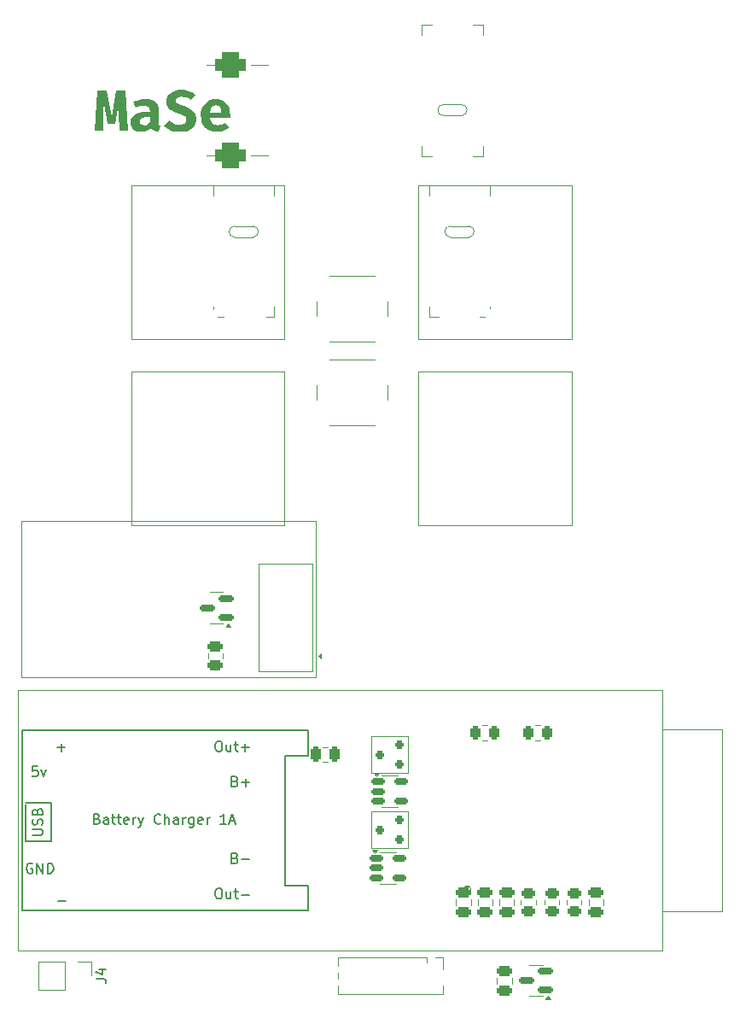
<source format=gto>
%TF.GenerationSoftware,KiCad,Pcbnew,9.0.2*%
%TF.CreationDate,2025-05-15T14:08:42+02:00*%
%TF.ProjectId,MaSe,4d615365-2e6b-4696-9361-645f70636258,rev?*%
%TF.SameCoordinates,Original*%
%TF.FileFunction,Legend,Top*%
%TF.FilePolarity,Positive*%
%FSLAX46Y46*%
G04 Gerber Fmt 4.6, Leading zero omitted, Abs format (unit mm)*
G04 Created by KiCad (PCBNEW 9.0.2) date 2025-05-15 14:08:42*
%MOMM*%
%LPD*%
G01*
G04 APERTURE LIST*
G04 Aperture macros list*
%AMRoundRect*
0 Rectangle with rounded corners*
0 $1 Rounding radius*
0 $2 $3 $4 $5 $6 $7 $8 $9 X,Y pos of 4 corners*
0 Add a 4 corners polygon primitive as box body*
4,1,4,$2,$3,$4,$5,$6,$7,$8,$9,$2,$3,0*
0 Add four circle primitives for the rounded corners*
1,1,$1+$1,$2,$3*
1,1,$1+$1,$4,$5*
1,1,$1+$1,$6,$7*
1,1,$1+$1,$8,$9*
0 Add four rect primitives between the rounded corners*
20,1,$1+$1,$2,$3,$4,$5,0*
20,1,$1+$1,$4,$5,$6,$7,0*
20,1,$1+$1,$6,$7,$8,$9,0*
20,1,$1+$1,$8,$9,$2,$3,0*%
G04 Aperture macros list end*
%ADD10C,0.150000*%
%ADD11C,0.120000*%
%ADD12C,0.400000*%
%ADD13C,0.100000*%
%ADD14R,1.700000X1.700000*%
%ADD15C,1.700000*%
%ADD16RoundRect,0.250000X0.475000X-0.250000X0.475000X0.250000X-0.475000X0.250000X-0.475000X-0.250000X0*%
%ADD17RoundRect,0.200000X0.250000X0.200000X-0.250000X0.200000X-0.250000X-0.200000X0.250000X-0.200000X0*%
%ADD18RoundRect,0.250000X-0.262500X-0.450000X0.262500X-0.450000X0.262500X0.450000X-0.262500X0.450000X0*%
%ADD19RoundRect,0.250000X0.450000X-0.262500X0.450000X0.262500X-0.450000X0.262500X-0.450000X-0.262500X0*%
%ADD20RoundRect,0.150000X-0.512500X-0.150000X0.512500X-0.150000X0.512500X0.150000X-0.512500X0.150000X0*%
%ADD21RoundRect,0.250000X-0.475000X0.250000X-0.475000X-0.250000X0.475000X-0.250000X0.475000X0.250000X0*%
%ADD22RoundRect,0.250000X-0.450000X0.262500X-0.450000X-0.262500X0.450000X-0.262500X0.450000X0.262500X0*%
%ADD23O,1.200000X2.000000*%
%ADD24R,1.200000X2.000000*%
%ADD25RoundRect,0.150000X0.587500X0.150000X-0.587500X0.150000X-0.587500X-0.150000X0.587500X-0.150000X0*%
%ADD26C,2.200000*%
%ADD27RoundRect,0.250000X0.250000X0.475000X-0.250000X0.475000X-0.250000X-0.475000X0.250000X-0.475000X0*%
%ADD28C,1.900000*%
%ADD29C,1.600000*%
%ADD30C,3.050000*%
%ADD31C,5.050000*%
%ADD32C,2.000000*%
%ADD33RoundRect,0.625000X0.875000X-0.625000X0.875000X0.625000X-0.875000X0.625000X-0.875000X-0.625000X0*%
%ADD34O,1.700000X1.400000*%
%ADD35R,1.000000X1.000000*%
%ADD36C,1.000000*%
%ADD37R,2.800000X2.800000*%
G04 APERTURE END LIST*
D10*
G36*
X151321667Y-52164574D02*
G01*
X151545638Y-56145000D01*
X150724249Y-56145000D01*
X150675401Y-54442138D01*
X150671004Y-53893569D01*
X150689811Y-53446849D01*
X150724249Y-52965935D01*
X150276308Y-55467226D01*
X149564096Y-55467226D01*
X149081716Y-52965935D01*
X149118841Y-53435614D01*
X149137648Y-53896500D01*
X149136182Y-54456304D01*
X149107606Y-56145000D01*
X148300628Y-56145000D01*
X148524598Y-52164574D01*
X149492288Y-52164574D01*
X149934612Y-54737916D01*
X150353733Y-52164574D01*
X151321667Y-52164574D01*
G37*
G36*
X153627456Y-53015739D02*
G01*
X153902529Y-53072896D01*
X154118426Y-53159530D01*
X154286287Y-53271971D01*
X154425580Y-53421196D01*
X154526455Y-53599810D01*
X154589819Y-53813801D01*
X154612351Y-54071622D01*
X154612351Y-55266214D01*
X154626316Y-55425437D01*
X154659734Y-55516074D01*
X154719632Y-55582514D01*
X154813363Y-55633799D01*
X154626762Y-56231217D01*
X154369953Y-56186390D01*
X154171249Y-56112027D01*
X154006688Y-55995494D01*
X153879867Y-55829193D01*
X153753395Y-55956012D01*
X153605032Y-56059646D01*
X153431926Y-56140847D01*
X153155428Y-56217382D01*
X152874808Y-56242697D01*
X152641415Y-56224315D01*
X152442188Y-56172175D01*
X152271150Y-56088861D01*
X152123761Y-55974274D01*
X152001937Y-55831279D01*
X151915371Y-55671029D01*
X151862292Y-55490074D01*
X151843859Y-55283555D01*
X151850596Y-55220296D01*
X152780041Y-55220296D01*
X152792928Y-55332356D01*
X152829104Y-55422079D01*
X152887752Y-55494581D01*
X153011298Y-55566964D01*
X153187927Y-55593499D01*
X153333481Y-55572862D01*
X153494940Y-55506060D01*
X153636669Y-55399926D01*
X153739183Y-55257665D01*
X153739183Y-54763562D01*
X153515212Y-54763562D01*
X153263027Y-54779398D01*
X153083128Y-54820611D01*
X152958094Y-54880066D01*
X152859162Y-54969558D01*
X152800577Y-55080594D01*
X152780041Y-55220296D01*
X151850596Y-55220296D01*
X151869391Y-55043809D01*
X151942401Y-54840809D01*
X152061939Y-54666644D01*
X152232937Y-54516632D01*
X152430471Y-54405970D01*
X152672797Y-54321501D01*
X152968738Y-54266591D01*
X153328611Y-54246744D01*
X153739183Y-54246744D01*
X153739183Y-54131950D01*
X153715319Y-53964197D01*
X153649272Y-53840175D01*
X153540314Y-53748600D01*
X153376288Y-53687283D01*
X153136147Y-53663736D01*
X152979978Y-53672964D01*
X152759769Y-53705502D01*
X152531235Y-53755787D01*
X152300593Y-53824692D01*
X152090788Y-53221413D01*
X152391628Y-53123453D01*
X152706769Y-53052152D01*
X153019666Y-53008162D01*
X153279762Y-52994755D01*
X153627456Y-53015739D01*
G37*
G36*
X158348046Y-54981915D02*
G01*
X158325823Y-55222887D01*
X158261077Y-55439496D01*
X158154117Y-55636730D01*
X158009730Y-55809200D01*
X157826440Y-55957416D01*
X157598464Y-56081985D01*
X157352199Y-56168318D01*
X157064582Y-56223221D01*
X156728471Y-56242697D01*
X156355234Y-56222297D01*
X156043928Y-56165515D01*
X155784961Y-56077588D01*
X155539081Y-55954894D01*
X155330315Y-55818288D01*
X155154570Y-55668237D01*
X155631332Y-55139940D01*
X155864491Y-55310872D01*
X156119330Y-55437184D01*
X156395647Y-55515090D01*
X156705268Y-55541964D01*
X156898990Y-55526269D01*
X157056560Y-55482639D01*
X157184961Y-55414225D01*
X157287322Y-55317040D01*
X157347802Y-55199161D01*
X157368876Y-55053722D01*
X157350895Y-54915539D01*
X157299781Y-54803748D01*
X157215003Y-54712027D01*
X157024353Y-54600615D01*
X156645184Y-54462166D01*
X156186245Y-54295517D01*
X155866039Y-54127524D01*
X155652826Y-53960980D01*
X155524999Y-53807723D01*
X155433922Y-53635652D01*
X155377967Y-53441045D01*
X155358513Y-53218726D01*
X155382006Y-52982493D01*
X155449742Y-52776837D01*
X155560990Y-52595418D01*
X155708744Y-52439083D01*
X155888633Y-52307679D01*
X156105163Y-52200722D01*
X156336578Y-52125889D01*
X156586472Y-52079954D01*
X156857676Y-52064190D01*
X157163836Y-52080106D01*
X157434158Y-52125539D01*
X157673203Y-52197791D01*
X157900318Y-52300513D01*
X158103403Y-52427209D01*
X158284787Y-52578321D01*
X157839776Y-53089521D01*
X157629149Y-52940967D01*
X157406001Y-52838196D01*
X157170677Y-52776725D01*
X156932170Y-52756374D01*
X156754325Y-52768813D01*
X156612061Y-52802978D01*
X156498639Y-52855537D01*
X156407068Y-52932663D01*
X156353596Y-53027777D01*
X156334996Y-53146919D01*
X156353492Y-53264774D01*
X156406803Y-53359410D01*
X156496233Y-53437209D01*
X156656664Y-53521831D01*
X157150523Y-53698175D01*
X157509441Y-53828483D01*
X157795080Y-53972704D01*
X157963193Y-54090515D01*
X158098993Y-54223742D01*
X158205896Y-54373262D01*
X158282070Y-54539784D01*
X158330655Y-54740251D01*
X158348046Y-54981915D01*
G37*
G36*
X160566387Y-53016751D02*
G01*
X160816675Y-53079759D01*
X161037159Y-53181357D01*
X161233497Y-53322929D01*
X161398393Y-53500534D01*
X161533949Y-53718447D01*
X161629211Y-53958115D01*
X161689311Y-54236227D01*
X161710537Y-54559863D01*
X161706140Y-54726437D01*
X161693196Y-54884218D01*
X159717515Y-54884218D01*
X159769866Y-55124444D01*
X159852545Y-55297807D01*
X159961514Y-55419842D01*
X160101383Y-55508742D01*
X160262289Y-55563077D01*
X160449755Y-55582020D01*
X160656019Y-55564749D01*
X160854466Y-55513143D01*
X161045492Y-55433161D01*
X161230844Y-55329473D01*
X161595498Y-55823332D01*
X161362370Y-55987932D01*
X161074284Y-56124972D01*
X160867248Y-56188896D01*
X160636288Y-56228802D01*
X160377948Y-56242697D01*
X160034703Y-56217498D01*
X159745884Y-56146613D01*
X159502093Y-56034602D01*
X159285156Y-55877505D01*
X159109241Y-55687628D01*
X158970865Y-55461608D01*
X158873834Y-55212574D01*
X158813701Y-54934690D01*
X158792812Y-54622878D01*
X158811826Y-54338579D01*
X159706036Y-54338579D01*
X160825889Y-54338579D01*
X160808482Y-54119352D01*
X160764073Y-53944084D01*
X160696685Y-53804420D01*
X160597476Y-53695130D01*
X160462724Y-53627863D01*
X160280251Y-53603408D01*
X160125676Y-53623564D01*
X159996576Y-53681577D01*
X159886775Y-53778775D01*
X159806908Y-53904645D01*
X159744751Y-54085552D01*
X159706036Y-54338579D01*
X158811826Y-54338579D01*
X158812655Y-54326190D01*
X158870489Y-54054135D01*
X158965003Y-53802955D01*
X159098653Y-53572118D01*
X159265914Y-53377107D01*
X159469120Y-53214330D01*
X159699501Y-53095119D01*
X159967118Y-53020873D01*
X160280251Y-52994755D01*
X160566387Y-53016751D01*
G37*
X148399819Y-140208333D02*
X149114104Y-140208333D01*
X149114104Y-140208333D02*
X149256961Y-140255952D01*
X149256961Y-140255952D02*
X149352200Y-140351190D01*
X149352200Y-140351190D02*
X149399819Y-140494047D01*
X149399819Y-140494047D02*
X149399819Y-140589285D01*
X148733152Y-139303571D02*
X149399819Y-139303571D01*
X148352200Y-139541666D02*
X149066485Y-139779761D01*
X149066485Y-139779761D02*
X149066485Y-139160714D01*
X162189881Y-120618509D02*
X162332738Y-120666128D01*
X162332738Y-120666128D02*
X162380357Y-120713747D01*
X162380357Y-120713747D02*
X162427976Y-120808985D01*
X162427976Y-120808985D02*
X162427976Y-120951842D01*
X162427976Y-120951842D02*
X162380357Y-121047080D01*
X162380357Y-121047080D02*
X162332738Y-121094700D01*
X162332738Y-121094700D02*
X162237500Y-121142319D01*
X162237500Y-121142319D02*
X161856548Y-121142319D01*
X161856548Y-121142319D02*
X161856548Y-120142319D01*
X161856548Y-120142319D02*
X162189881Y-120142319D01*
X162189881Y-120142319D02*
X162285119Y-120189938D01*
X162285119Y-120189938D02*
X162332738Y-120237557D01*
X162332738Y-120237557D02*
X162380357Y-120332795D01*
X162380357Y-120332795D02*
X162380357Y-120428033D01*
X162380357Y-120428033D02*
X162332738Y-120523271D01*
X162332738Y-120523271D02*
X162285119Y-120570890D01*
X162285119Y-120570890D02*
X162189881Y-120618509D01*
X162189881Y-120618509D02*
X161856548Y-120618509D01*
X162856548Y-120761366D02*
X163618453Y-120761366D01*
X163237500Y-121142319D02*
X163237500Y-120380414D01*
X162189881Y-128218509D02*
X162332738Y-128266128D01*
X162332738Y-128266128D02*
X162380357Y-128313747D01*
X162380357Y-128313747D02*
X162427976Y-128408985D01*
X162427976Y-128408985D02*
X162427976Y-128551842D01*
X162427976Y-128551842D02*
X162380357Y-128647080D01*
X162380357Y-128647080D02*
X162332738Y-128694700D01*
X162332738Y-128694700D02*
X162237500Y-128742319D01*
X162237500Y-128742319D02*
X161856548Y-128742319D01*
X161856548Y-128742319D02*
X161856548Y-127742319D01*
X161856548Y-127742319D02*
X162189881Y-127742319D01*
X162189881Y-127742319D02*
X162285119Y-127789938D01*
X162285119Y-127789938D02*
X162332738Y-127837557D01*
X162332738Y-127837557D02*
X162380357Y-127932795D01*
X162380357Y-127932795D02*
X162380357Y-128028033D01*
X162380357Y-128028033D02*
X162332738Y-128123271D01*
X162332738Y-128123271D02*
X162285119Y-128170890D01*
X162285119Y-128170890D02*
X162189881Y-128218509D01*
X162189881Y-128218509D02*
X161856548Y-128218509D01*
X162856548Y-128361366D02*
X163618453Y-128361366D01*
X142075595Y-128789938D02*
X141980357Y-128742319D01*
X141980357Y-128742319D02*
X141837500Y-128742319D01*
X141837500Y-128742319D02*
X141694643Y-128789938D01*
X141694643Y-128789938D02*
X141599405Y-128885176D01*
X141599405Y-128885176D02*
X141551786Y-128980414D01*
X141551786Y-128980414D02*
X141504167Y-129170890D01*
X141504167Y-129170890D02*
X141504167Y-129313747D01*
X141504167Y-129313747D02*
X141551786Y-129504223D01*
X141551786Y-129504223D02*
X141599405Y-129599461D01*
X141599405Y-129599461D02*
X141694643Y-129694700D01*
X141694643Y-129694700D02*
X141837500Y-129742319D01*
X141837500Y-129742319D02*
X141932738Y-129742319D01*
X141932738Y-129742319D02*
X142075595Y-129694700D01*
X142075595Y-129694700D02*
X142123214Y-129647080D01*
X142123214Y-129647080D02*
X142123214Y-129313747D01*
X142123214Y-129313747D02*
X141932738Y-129313747D01*
X142551786Y-129742319D02*
X142551786Y-128742319D01*
X142551786Y-128742319D02*
X143123214Y-129742319D01*
X143123214Y-129742319D02*
X143123214Y-128742319D01*
X143599405Y-129742319D02*
X143599405Y-128742319D01*
X143599405Y-128742319D02*
X143837500Y-128742319D01*
X143837500Y-128742319D02*
X143980357Y-128789938D01*
X143980357Y-128789938D02*
X144075595Y-128885176D01*
X144075595Y-128885176D02*
X144123214Y-128980414D01*
X144123214Y-128980414D02*
X144170833Y-129170890D01*
X144170833Y-129170890D02*
X144170833Y-129313747D01*
X144170833Y-129313747D02*
X144123214Y-129504223D01*
X144123214Y-129504223D02*
X144075595Y-129599461D01*
X144075595Y-129599461D02*
X143980357Y-129694700D01*
X143980357Y-129694700D02*
X143837500Y-129742319D01*
X143837500Y-129742319D02*
X143599405Y-129742319D01*
X144556548Y-117261366D02*
X145318453Y-117261366D01*
X144937500Y-117642319D02*
X144937500Y-116880414D01*
X142594642Y-119142319D02*
X142118452Y-119142319D01*
X142118452Y-119142319D02*
X142070833Y-119618509D01*
X142070833Y-119618509D02*
X142118452Y-119570890D01*
X142118452Y-119570890D02*
X142213690Y-119523271D01*
X142213690Y-119523271D02*
X142451785Y-119523271D01*
X142451785Y-119523271D02*
X142547023Y-119570890D01*
X142547023Y-119570890D02*
X142594642Y-119618509D01*
X142594642Y-119618509D02*
X142642261Y-119713747D01*
X142642261Y-119713747D02*
X142642261Y-119951842D01*
X142642261Y-119951842D02*
X142594642Y-120047080D01*
X142594642Y-120047080D02*
X142547023Y-120094700D01*
X142547023Y-120094700D02*
X142451785Y-120142319D01*
X142451785Y-120142319D02*
X142213690Y-120142319D01*
X142213690Y-120142319D02*
X142118452Y-120094700D01*
X142118452Y-120094700D02*
X142070833Y-120047080D01*
X142975595Y-119475652D02*
X143213690Y-120142319D01*
X143213690Y-120142319D02*
X143451785Y-119475652D01*
X142092319Y-125949404D02*
X142901842Y-125949404D01*
X142901842Y-125949404D02*
X142997080Y-125901785D01*
X142997080Y-125901785D02*
X143044700Y-125854166D01*
X143044700Y-125854166D02*
X143092319Y-125758928D01*
X143092319Y-125758928D02*
X143092319Y-125568452D01*
X143092319Y-125568452D02*
X143044700Y-125473214D01*
X143044700Y-125473214D02*
X142997080Y-125425595D01*
X142997080Y-125425595D02*
X142901842Y-125377976D01*
X142901842Y-125377976D02*
X142092319Y-125377976D01*
X143044700Y-124949404D02*
X143092319Y-124806547D01*
X143092319Y-124806547D02*
X143092319Y-124568452D01*
X143092319Y-124568452D02*
X143044700Y-124473214D01*
X143044700Y-124473214D02*
X142997080Y-124425595D01*
X142997080Y-124425595D02*
X142901842Y-124377976D01*
X142901842Y-124377976D02*
X142806604Y-124377976D01*
X142806604Y-124377976D02*
X142711366Y-124425595D01*
X142711366Y-124425595D02*
X142663747Y-124473214D01*
X142663747Y-124473214D02*
X142616128Y-124568452D01*
X142616128Y-124568452D02*
X142568509Y-124758928D01*
X142568509Y-124758928D02*
X142520890Y-124854166D01*
X142520890Y-124854166D02*
X142473271Y-124901785D01*
X142473271Y-124901785D02*
X142378033Y-124949404D01*
X142378033Y-124949404D02*
X142282795Y-124949404D01*
X142282795Y-124949404D02*
X142187557Y-124901785D01*
X142187557Y-124901785D02*
X142139938Y-124854166D01*
X142139938Y-124854166D02*
X142092319Y-124758928D01*
X142092319Y-124758928D02*
X142092319Y-124520833D01*
X142092319Y-124520833D02*
X142139938Y-124377976D01*
X142568509Y-123616071D02*
X142616128Y-123473214D01*
X142616128Y-123473214D02*
X142663747Y-123425595D01*
X142663747Y-123425595D02*
X142758985Y-123377976D01*
X142758985Y-123377976D02*
X142901842Y-123377976D01*
X142901842Y-123377976D02*
X142997080Y-123425595D01*
X142997080Y-123425595D02*
X143044700Y-123473214D01*
X143044700Y-123473214D02*
X143092319Y-123568452D01*
X143092319Y-123568452D02*
X143092319Y-123949404D01*
X143092319Y-123949404D02*
X142092319Y-123949404D01*
X142092319Y-123949404D02*
X142092319Y-123616071D01*
X142092319Y-123616071D02*
X142139938Y-123520833D01*
X142139938Y-123520833D02*
X142187557Y-123473214D01*
X142187557Y-123473214D02*
X142282795Y-123425595D01*
X142282795Y-123425595D02*
X142378033Y-123425595D01*
X142378033Y-123425595D02*
X142473271Y-123473214D01*
X142473271Y-123473214D02*
X142520890Y-123520833D01*
X142520890Y-123520833D02*
X142568509Y-123616071D01*
X142568509Y-123616071D02*
X142568509Y-123949404D01*
X160485119Y-131242319D02*
X160675595Y-131242319D01*
X160675595Y-131242319D02*
X160770833Y-131289938D01*
X160770833Y-131289938D02*
X160866071Y-131385176D01*
X160866071Y-131385176D02*
X160913690Y-131575652D01*
X160913690Y-131575652D02*
X160913690Y-131908985D01*
X160913690Y-131908985D02*
X160866071Y-132099461D01*
X160866071Y-132099461D02*
X160770833Y-132194700D01*
X160770833Y-132194700D02*
X160675595Y-132242319D01*
X160675595Y-132242319D02*
X160485119Y-132242319D01*
X160485119Y-132242319D02*
X160389881Y-132194700D01*
X160389881Y-132194700D02*
X160294643Y-132099461D01*
X160294643Y-132099461D02*
X160247024Y-131908985D01*
X160247024Y-131908985D02*
X160247024Y-131575652D01*
X160247024Y-131575652D02*
X160294643Y-131385176D01*
X160294643Y-131385176D02*
X160389881Y-131289938D01*
X160389881Y-131289938D02*
X160485119Y-131242319D01*
X161770833Y-131575652D02*
X161770833Y-132242319D01*
X161342262Y-131575652D02*
X161342262Y-132099461D01*
X161342262Y-132099461D02*
X161389881Y-132194700D01*
X161389881Y-132194700D02*
X161485119Y-132242319D01*
X161485119Y-132242319D02*
X161627976Y-132242319D01*
X161627976Y-132242319D02*
X161723214Y-132194700D01*
X161723214Y-132194700D02*
X161770833Y-132147080D01*
X162104167Y-131575652D02*
X162485119Y-131575652D01*
X162247024Y-131242319D02*
X162247024Y-132099461D01*
X162247024Y-132099461D02*
X162294643Y-132194700D01*
X162294643Y-132194700D02*
X162389881Y-132242319D01*
X162389881Y-132242319D02*
X162485119Y-132242319D01*
X162818453Y-131861366D02*
X163580358Y-131861366D01*
X144656548Y-132461366D02*
X145418453Y-132461366D01*
X160485119Y-116642319D02*
X160675595Y-116642319D01*
X160675595Y-116642319D02*
X160770833Y-116689938D01*
X160770833Y-116689938D02*
X160866071Y-116785176D01*
X160866071Y-116785176D02*
X160913690Y-116975652D01*
X160913690Y-116975652D02*
X160913690Y-117308985D01*
X160913690Y-117308985D02*
X160866071Y-117499461D01*
X160866071Y-117499461D02*
X160770833Y-117594700D01*
X160770833Y-117594700D02*
X160675595Y-117642319D01*
X160675595Y-117642319D02*
X160485119Y-117642319D01*
X160485119Y-117642319D02*
X160389881Y-117594700D01*
X160389881Y-117594700D02*
X160294643Y-117499461D01*
X160294643Y-117499461D02*
X160247024Y-117308985D01*
X160247024Y-117308985D02*
X160247024Y-116975652D01*
X160247024Y-116975652D02*
X160294643Y-116785176D01*
X160294643Y-116785176D02*
X160389881Y-116689938D01*
X160389881Y-116689938D02*
X160485119Y-116642319D01*
X161770833Y-116975652D02*
X161770833Y-117642319D01*
X161342262Y-116975652D02*
X161342262Y-117499461D01*
X161342262Y-117499461D02*
X161389881Y-117594700D01*
X161389881Y-117594700D02*
X161485119Y-117642319D01*
X161485119Y-117642319D02*
X161627976Y-117642319D01*
X161627976Y-117642319D02*
X161723214Y-117594700D01*
X161723214Y-117594700D02*
X161770833Y-117547080D01*
X162104167Y-116975652D02*
X162485119Y-116975652D01*
X162247024Y-116642319D02*
X162247024Y-117499461D01*
X162247024Y-117499461D02*
X162294643Y-117594700D01*
X162294643Y-117594700D02*
X162389881Y-117642319D01*
X162389881Y-117642319D02*
X162485119Y-117642319D01*
X162818453Y-117261366D02*
X163580358Y-117261366D01*
X163199405Y-117642319D02*
X163199405Y-116880414D01*
X148507141Y-124331009D02*
X148649998Y-124378628D01*
X148649998Y-124378628D02*
X148697617Y-124426247D01*
X148697617Y-124426247D02*
X148745236Y-124521485D01*
X148745236Y-124521485D02*
X148745236Y-124664342D01*
X148745236Y-124664342D02*
X148697617Y-124759580D01*
X148697617Y-124759580D02*
X148649998Y-124807200D01*
X148649998Y-124807200D02*
X148554760Y-124854819D01*
X148554760Y-124854819D02*
X148173808Y-124854819D01*
X148173808Y-124854819D02*
X148173808Y-123854819D01*
X148173808Y-123854819D02*
X148507141Y-123854819D01*
X148507141Y-123854819D02*
X148602379Y-123902438D01*
X148602379Y-123902438D02*
X148649998Y-123950057D01*
X148649998Y-123950057D02*
X148697617Y-124045295D01*
X148697617Y-124045295D02*
X148697617Y-124140533D01*
X148697617Y-124140533D02*
X148649998Y-124235771D01*
X148649998Y-124235771D02*
X148602379Y-124283390D01*
X148602379Y-124283390D02*
X148507141Y-124331009D01*
X148507141Y-124331009D02*
X148173808Y-124331009D01*
X149602379Y-124854819D02*
X149602379Y-124331009D01*
X149602379Y-124331009D02*
X149554760Y-124235771D01*
X149554760Y-124235771D02*
X149459522Y-124188152D01*
X149459522Y-124188152D02*
X149269046Y-124188152D01*
X149269046Y-124188152D02*
X149173808Y-124235771D01*
X149602379Y-124807200D02*
X149507141Y-124854819D01*
X149507141Y-124854819D02*
X149269046Y-124854819D01*
X149269046Y-124854819D02*
X149173808Y-124807200D01*
X149173808Y-124807200D02*
X149126189Y-124711961D01*
X149126189Y-124711961D02*
X149126189Y-124616723D01*
X149126189Y-124616723D02*
X149173808Y-124521485D01*
X149173808Y-124521485D02*
X149269046Y-124473866D01*
X149269046Y-124473866D02*
X149507141Y-124473866D01*
X149507141Y-124473866D02*
X149602379Y-124426247D01*
X149935713Y-124188152D02*
X150316665Y-124188152D01*
X150078570Y-123854819D02*
X150078570Y-124711961D01*
X150078570Y-124711961D02*
X150126189Y-124807200D01*
X150126189Y-124807200D02*
X150221427Y-124854819D01*
X150221427Y-124854819D02*
X150316665Y-124854819D01*
X150507142Y-124188152D02*
X150888094Y-124188152D01*
X150649999Y-123854819D02*
X150649999Y-124711961D01*
X150649999Y-124711961D02*
X150697618Y-124807200D01*
X150697618Y-124807200D02*
X150792856Y-124854819D01*
X150792856Y-124854819D02*
X150888094Y-124854819D01*
X151602380Y-124807200D02*
X151507142Y-124854819D01*
X151507142Y-124854819D02*
X151316666Y-124854819D01*
X151316666Y-124854819D02*
X151221428Y-124807200D01*
X151221428Y-124807200D02*
X151173809Y-124711961D01*
X151173809Y-124711961D02*
X151173809Y-124331009D01*
X151173809Y-124331009D02*
X151221428Y-124235771D01*
X151221428Y-124235771D02*
X151316666Y-124188152D01*
X151316666Y-124188152D02*
X151507142Y-124188152D01*
X151507142Y-124188152D02*
X151602380Y-124235771D01*
X151602380Y-124235771D02*
X151649999Y-124331009D01*
X151649999Y-124331009D02*
X151649999Y-124426247D01*
X151649999Y-124426247D02*
X151173809Y-124521485D01*
X152078571Y-124854819D02*
X152078571Y-124188152D01*
X152078571Y-124378628D02*
X152126190Y-124283390D01*
X152126190Y-124283390D02*
X152173809Y-124235771D01*
X152173809Y-124235771D02*
X152269047Y-124188152D01*
X152269047Y-124188152D02*
X152364285Y-124188152D01*
X152602381Y-124188152D02*
X152840476Y-124854819D01*
X153078571Y-124188152D02*
X152840476Y-124854819D01*
X152840476Y-124854819D02*
X152745238Y-125092914D01*
X152745238Y-125092914D02*
X152697619Y-125140533D01*
X152697619Y-125140533D02*
X152602381Y-125188152D01*
X154792857Y-124759580D02*
X154745238Y-124807200D01*
X154745238Y-124807200D02*
X154602381Y-124854819D01*
X154602381Y-124854819D02*
X154507143Y-124854819D01*
X154507143Y-124854819D02*
X154364286Y-124807200D01*
X154364286Y-124807200D02*
X154269048Y-124711961D01*
X154269048Y-124711961D02*
X154221429Y-124616723D01*
X154221429Y-124616723D02*
X154173810Y-124426247D01*
X154173810Y-124426247D02*
X154173810Y-124283390D01*
X154173810Y-124283390D02*
X154221429Y-124092914D01*
X154221429Y-124092914D02*
X154269048Y-123997676D01*
X154269048Y-123997676D02*
X154364286Y-123902438D01*
X154364286Y-123902438D02*
X154507143Y-123854819D01*
X154507143Y-123854819D02*
X154602381Y-123854819D01*
X154602381Y-123854819D02*
X154745238Y-123902438D01*
X154745238Y-123902438D02*
X154792857Y-123950057D01*
X155221429Y-124854819D02*
X155221429Y-123854819D01*
X155650000Y-124854819D02*
X155650000Y-124331009D01*
X155650000Y-124331009D02*
X155602381Y-124235771D01*
X155602381Y-124235771D02*
X155507143Y-124188152D01*
X155507143Y-124188152D02*
X155364286Y-124188152D01*
X155364286Y-124188152D02*
X155269048Y-124235771D01*
X155269048Y-124235771D02*
X155221429Y-124283390D01*
X156554762Y-124854819D02*
X156554762Y-124331009D01*
X156554762Y-124331009D02*
X156507143Y-124235771D01*
X156507143Y-124235771D02*
X156411905Y-124188152D01*
X156411905Y-124188152D02*
X156221429Y-124188152D01*
X156221429Y-124188152D02*
X156126191Y-124235771D01*
X156554762Y-124807200D02*
X156459524Y-124854819D01*
X156459524Y-124854819D02*
X156221429Y-124854819D01*
X156221429Y-124854819D02*
X156126191Y-124807200D01*
X156126191Y-124807200D02*
X156078572Y-124711961D01*
X156078572Y-124711961D02*
X156078572Y-124616723D01*
X156078572Y-124616723D02*
X156126191Y-124521485D01*
X156126191Y-124521485D02*
X156221429Y-124473866D01*
X156221429Y-124473866D02*
X156459524Y-124473866D01*
X156459524Y-124473866D02*
X156554762Y-124426247D01*
X157030953Y-124854819D02*
X157030953Y-124188152D01*
X157030953Y-124378628D02*
X157078572Y-124283390D01*
X157078572Y-124283390D02*
X157126191Y-124235771D01*
X157126191Y-124235771D02*
X157221429Y-124188152D01*
X157221429Y-124188152D02*
X157316667Y-124188152D01*
X158078572Y-124188152D02*
X158078572Y-124997676D01*
X158078572Y-124997676D02*
X158030953Y-125092914D01*
X158030953Y-125092914D02*
X157983334Y-125140533D01*
X157983334Y-125140533D02*
X157888096Y-125188152D01*
X157888096Y-125188152D02*
X157745239Y-125188152D01*
X157745239Y-125188152D02*
X157650001Y-125140533D01*
X158078572Y-124807200D02*
X157983334Y-124854819D01*
X157983334Y-124854819D02*
X157792858Y-124854819D01*
X157792858Y-124854819D02*
X157697620Y-124807200D01*
X157697620Y-124807200D02*
X157650001Y-124759580D01*
X157650001Y-124759580D02*
X157602382Y-124664342D01*
X157602382Y-124664342D02*
X157602382Y-124378628D01*
X157602382Y-124378628D02*
X157650001Y-124283390D01*
X157650001Y-124283390D02*
X157697620Y-124235771D01*
X157697620Y-124235771D02*
X157792858Y-124188152D01*
X157792858Y-124188152D02*
X157983334Y-124188152D01*
X157983334Y-124188152D02*
X158078572Y-124235771D01*
X158935715Y-124807200D02*
X158840477Y-124854819D01*
X158840477Y-124854819D02*
X158650001Y-124854819D01*
X158650001Y-124854819D02*
X158554763Y-124807200D01*
X158554763Y-124807200D02*
X158507144Y-124711961D01*
X158507144Y-124711961D02*
X158507144Y-124331009D01*
X158507144Y-124331009D02*
X158554763Y-124235771D01*
X158554763Y-124235771D02*
X158650001Y-124188152D01*
X158650001Y-124188152D02*
X158840477Y-124188152D01*
X158840477Y-124188152D02*
X158935715Y-124235771D01*
X158935715Y-124235771D02*
X158983334Y-124331009D01*
X158983334Y-124331009D02*
X158983334Y-124426247D01*
X158983334Y-124426247D02*
X158507144Y-124521485D01*
X159411906Y-124854819D02*
X159411906Y-124188152D01*
X159411906Y-124378628D02*
X159459525Y-124283390D01*
X159459525Y-124283390D02*
X159507144Y-124235771D01*
X159507144Y-124235771D02*
X159602382Y-124188152D01*
X159602382Y-124188152D02*
X159697620Y-124188152D01*
X161316668Y-124854819D02*
X160745240Y-124854819D01*
X161030954Y-124854819D02*
X161030954Y-123854819D01*
X161030954Y-123854819D02*
X160935716Y-123997676D01*
X160935716Y-123997676D02*
X160840478Y-124092914D01*
X160840478Y-124092914D02*
X160745240Y-124140533D01*
X161697621Y-124569104D02*
X162173811Y-124569104D01*
X161602383Y-124854819D02*
X161935716Y-123854819D01*
X161935716Y-123854819D02*
X162269049Y-124854819D01*
D11*
X147945000Y-138495000D02*
X147945000Y-139875000D01*
X146565000Y-138495000D02*
X147945000Y-138495000D01*
X145295000Y-138495000D02*
X142645000Y-138495000D01*
X145295000Y-138495000D02*
X145295000Y-141255000D01*
X142645000Y-138495000D02*
X142645000Y-141255000D01*
X145295000Y-141255000D02*
X142645000Y-141255000D01*
X185572500Y-132873752D02*
X185572500Y-132351248D01*
X184102500Y-132873752D02*
X184102500Y-132351248D01*
X175737500Y-123625000D02*
X175737500Y-127225000D01*
X175737500Y-127225000D02*
X179337500Y-127225000D01*
X179337500Y-123625000D02*
X175737500Y-123625000D01*
X179337500Y-127225000D02*
X179337500Y-123625000D01*
X186747936Y-115065000D02*
X187202064Y-115065000D01*
X186747936Y-116535000D02*
X187202064Y-116535000D01*
X192022500Y-132839564D02*
X192022500Y-132385436D01*
X190552500Y-132839564D02*
X190552500Y-132385436D01*
X176037500Y-127715000D02*
X175797500Y-127385000D01*
X176277500Y-127385000D01*
X176037500Y-127715000D01*
G36*
X176037500Y-127715000D02*
G01*
X175797500Y-127385000D01*
X176277500Y-127385000D01*
X176037500Y-127715000D01*
G37*
X177337500Y-127665000D02*
X176537500Y-127665000D01*
X177337500Y-127665000D02*
X178137500Y-127665000D01*
X177337500Y-130785000D02*
X176537500Y-130785000D01*
X177337500Y-130785000D02*
X178137500Y-130785000D01*
X187722500Y-132351248D02*
X187722500Y-132873752D01*
X186252500Y-132351248D02*
X186252500Y-132873752D01*
X198722500Y-132873752D02*
X198722500Y-132351248D01*
X197252500Y-132873752D02*
X197252500Y-132351248D01*
X175737500Y-116175000D02*
X175737500Y-119775000D01*
X175737500Y-119775000D02*
X179337500Y-119775000D01*
X179337500Y-116175000D02*
X175737500Y-116175000D01*
X179337500Y-119775000D02*
X179337500Y-116175000D01*
X196572500Y-132385436D02*
X196572500Y-132839564D01*
X195102500Y-132385436D02*
X195102500Y-132839564D01*
D12*
X185415000Y-131350000D02*
G75*
G02*
X185015000Y-131350000I-200000J0D01*
G01*
X185015000Y-131350000D02*
G75*
G02*
X185415000Y-131350000I200000J0D01*
G01*
D11*
X160985000Y-107913748D02*
X160985000Y-108436252D01*
X159515000Y-107913748D02*
X159515000Y-108436252D01*
X191972936Y-115065000D02*
X192427064Y-115065000D01*
X191972936Y-116535000D02*
X192427064Y-116535000D01*
X161752500Y-105277500D02*
X161272500Y-105277500D01*
X161512500Y-104947500D01*
X161752500Y-105277500D01*
G36*
X161752500Y-105277500D02*
G01*
X161272500Y-105277500D01*
X161512500Y-104947500D01*
X161752500Y-105277500D01*
G37*
X160350000Y-104997500D02*
X161000000Y-104997500D01*
X160350000Y-104997500D02*
X159700000Y-104997500D01*
X160350000Y-101877500D02*
X161000000Y-101877500D01*
X160350000Y-101877500D02*
X159700000Y-101877500D01*
X176187500Y-120102500D02*
X175947500Y-119772500D01*
X176427500Y-119772500D01*
X176187500Y-120102500D01*
G36*
X176187500Y-120102500D02*
G01*
X175947500Y-119772500D01*
X176427500Y-119772500D01*
X176187500Y-120102500D01*
G37*
X177487500Y-120052500D02*
X176687500Y-120052500D01*
X177487500Y-120052500D02*
X178287500Y-120052500D01*
X177487500Y-123172500D02*
X176687500Y-123172500D01*
X177487500Y-123172500D02*
X178287500Y-123172500D01*
X194372500Y-132839564D02*
X194372500Y-132385436D01*
X192902500Y-132839564D02*
X192902500Y-132385436D01*
X189872500Y-132351248D02*
X189872500Y-132873752D01*
X188402500Y-132351248D02*
X188402500Y-132873752D01*
X140682720Y-111550000D02*
X140682720Y-137409999D01*
X140682720Y-137409999D02*
X204580000Y-137410000D01*
X204580000Y-111550001D02*
X140682720Y-111550000D01*
X204580000Y-137410000D02*
X204580000Y-111550001D01*
X204600320Y-115510120D02*
X210493120Y-115510120D01*
X210493120Y-115510120D02*
X210493120Y-133493320D01*
X210493120Y-133493320D02*
X204600320Y-133493320D01*
X180730000Y-45605000D02*
X180730000Y-46605000D01*
X180730000Y-45605000D02*
X181730000Y-45605000D01*
X180730000Y-58645000D02*
X180730000Y-57645000D01*
X180730000Y-58645000D02*
X181730000Y-58645000D01*
X184650000Y-53525000D02*
X182850000Y-53525000D01*
X184650000Y-54625000D02*
X182850000Y-54625000D01*
X186770000Y-45605000D02*
X185770000Y-45605000D01*
X186770000Y-45605000D02*
X186770000Y-46605000D01*
X186770000Y-58645000D02*
X185770000Y-58645000D01*
X186770000Y-58645000D02*
X186770000Y-57645000D01*
X182850000Y-54625000D02*
G75*
G02*
X182850000Y-53525000I0J550000D01*
G01*
X184650000Y-53525000D02*
G75*
G02*
X184650000Y-54625000I0J-550000D01*
G01*
X171399152Y-118685000D02*
X170876648Y-118685000D01*
X171399152Y-117215000D02*
X170876648Y-117215000D01*
X151900000Y-61575000D02*
X151900000Y-76775000D01*
X151900000Y-76775000D02*
X167100000Y-76775000D01*
X167100000Y-61575000D02*
X151900000Y-61575000D01*
X167100000Y-76775000D02*
X167100000Y-61575000D01*
X180400000Y-80025000D02*
X180400000Y-95225000D01*
X180400000Y-95225000D02*
X195600000Y-95225000D01*
X195600000Y-80025000D02*
X180400000Y-80025000D01*
X195600000Y-95225000D02*
X195600000Y-80025000D01*
X141014500Y-94825000D02*
X170214500Y-94825000D01*
X141014500Y-110275000D02*
X141014500Y-94825000D01*
X164550500Y-99031000D02*
X169884500Y-99031000D01*
X164550500Y-109699000D02*
X164550500Y-99031000D01*
X169884500Y-99031000D02*
X169884500Y-99031000D01*
X169884500Y-99031000D02*
X169884500Y-109699000D01*
X169884500Y-109699000D02*
X164550500Y-109699000D01*
X169884500Y-109699000D02*
X169884500Y-109699000D01*
X170214500Y-94825000D02*
X170214500Y-110275000D01*
X170214500Y-110275000D02*
X141014500Y-110275000D01*
X170214500Y-110275000D02*
X170214500Y-110275000D01*
X170750500Y-108415000D02*
X170414500Y-108175000D01*
X170750500Y-107935000D01*
X170750500Y-108415000D01*
G36*
X170750500Y-108415000D02*
G01*
X170414500Y-108175000D01*
X170750500Y-107935000D01*
X170750500Y-108415000D01*
G37*
X170300000Y-73025000D02*
X170300000Y-74525000D01*
X171550000Y-77025000D02*
X176050000Y-77025000D01*
X176050000Y-70525000D02*
X171550000Y-70525000D01*
X177300000Y-74525000D02*
X177300000Y-73025000D01*
X188165000Y-140138748D02*
X188165000Y-140661252D01*
X189635000Y-140138748D02*
X189635000Y-140661252D01*
X180400000Y-61575000D02*
X180400000Y-76775000D01*
X180400000Y-76775000D02*
X195600000Y-76775000D01*
X195600000Y-61575000D02*
X180400000Y-61575000D01*
X195600000Y-76775000D02*
X195600000Y-61575000D01*
X181430000Y-61555000D02*
X181430000Y-62555000D01*
X181430000Y-61555000D02*
X182430000Y-61555000D01*
X181430000Y-74595000D02*
X181430000Y-73595000D01*
X181430000Y-74595000D02*
X182430000Y-74595000D01*
X183550000Y-65575000D02*
X185350000Y-65575000D01*
X183550000Y-66675000D02*
X185350000Y-66675000D01*
X187470000Y-61555000D02*
X186470000Y-61555000D01*
X187470000Y-61555000D02*
X187470000Y-62555000D01*
X187470000Y-74595000D02*
X186470000Y-74595000D01*
X187470000Y-74595000D02*
X187470000Y-73595000D01*
X183550000Y-66675000D02*
G75*
G02*
X183550000Y-65575000I0J550000D01*
G01*
X185350000Y-65575000D02*
G75*
G02*
X185350000Y-66675000I0J-550000D01*
G01*
D13*
X159350000Y-49595000D02*
X160150000Y-49595000D01*
X159350000Y-58595000D02*
X160150000Y-58595000D01*
X165450000Y-49595000D02*
X163750000Y-49595000D01*
X165450000Y-58595000D02*
X163750000Y-58595000D01*
D11*
X172410000Y-138085000D02*
X172410000Y-138947077D01*
X172410000Y-139582923D02*
X172410000Y-140217077D01*
X172410000Y-140852923D02*
X172410000Y-141715000D01*
X181235000Y-138085000D02*
X172410000Y-138085000D01*
X181235000Y-138085000D02*
X181235000Y-138598292D01*
X182045000Y-138085000D02*
X182855000Y-138085000D01*
X182790000Y-140852923D02*
X182790000Y-141715000D01*
X182790000Y-141715000D02*
X172410000Y-141715000D01*
X182855000Y-138085000D02*
X182855000Y-139265000D01*
X160030000Y-61555000D02*
X160030000Y-62555000D01*
X160030000Y-61555000D02*
X161030000Y-61555000D01*
X160030000Y-74595000D02*
X160030000Y-73595000D01*
X160030000Y-74595000D02*
X161030000Y-74595000D01*
X162150000Y-65575000D02*
X163950000Y-65575000D01*
X162150000Y-66675000D02*
X163950000Y-66675000D01*
X166070000Y-61555000D02*
X165070000Y-61555000D01*
X166070000Y-61555000D02*
X166070000Y-62555000D01*
X166070000Y-74595000D02*
X165070000Y-74595000D01*
X166070000Y-74595000D02*
X166070000Y-73595000D01*
X162150000Y-66675000D02*
G75*
G02*
X162150000Y-65575000I0J550000D01*
G01*
X163950000Y-65575000D02*
G75*
G02*
X163950000Y-66675000I0J-550000D01*
G01*
D10*
X169437500Y-133387500D02*
X141037500Y-133387500D01*
X169437500Y-131287500D02*
X169437500Y-133387500D01*
X169437500Y-130987500D02*
X169437500Y-131287500D01*
X169437500Y-118087500D02*
X167137500Y-118087500D01*
X169437500Y-115587500D02*
X169437500Y-118087500D01*
X167337500Y-130987500D02*
X169437500Y-130987500D01*
X167337500Y-115587500D02*
X169437500Y-115587500D01*
X167137500Y-130987500D02*
X167437500Y-130987500D01*
X167137500Y-118087500D02*
X167137500Y-130987500D01*
X143937500Y-126587500D02*
X141437500Y-126587500D01*
X143937500Y-122787500D02*
X143937500Y-126587500D01*
X141437500Y-126587500D02*
X141437500Y-122887500D01*
X141437500Y-122787500D02*
X143937500Y-122787500D01*
X141037500Y-133387500D02*
X141037500Y-115587500D01*
X141037500Y-115587500D02*
X167337500Y-115587500D01*
D11*
X170300000Y-81325000D02*
X170300000Y-82825000D01*
X171550000Y-85325000D02*
X176050000Y-85325000D01*
X176050000Y-78825000D02*
X171550000Y-78825000D01*
X177300000Y-82825000D02*
X177300000Y-81325000D01*
X192050000Y-138802500D02*
X191400000Y-138802500D01*
X192050000Y-138802500D02*
X192700000Y-138802500D01*
X192050000Y-141922500D02*
X191400000Y-141922500D01*
X192050000Y-141922500D02*
X192700000Y-141922500D01*
X193452500Y-142202500D02*
X192972500Y-142202500D01*
X193212500Y-141872500D01*
X193452500Y-142202500D01*
G36*
X193452500Y-142202500D02*
G01*
X192972500Y-142202500D01*
X193212500Y-141872500D01*
X193452500Y-142202500D01*
G37*
X151900000Y-80025000D02*
X151900000Y-95225000D01*
X151900000Y-95225000D02*
X167100000Y-95225000D01*
X167100000Y-80025000D02*
X151900000Y-80025000D01*
X167100000Y-95225000D02*
X167100000Y-80025000D01*
%LPC*%
D14*
X146565000Y-139875000D03*
D15*
X144025000Y-139875000D03*
D16*
X184837500Y-131662500D03*
X184837500Y-133562500D03*
D17*
X176537500Y-125425000D03*
X178537500Y-124475000D03*
X178537500Y-126375000D03*
D18*
X187887500Y-115800000D03*
X186062500Y-115800000D03*
D19*
X191287500Y-131700000D03*
X191287500Y-133525000D03*
D20*
X178475000Y-128275000D03*
X178475000Y-130175000D03*
X176200000Y-130175000D03*
X176200000Y-129225000D03*
X176200000Y-128275000D03*
D21*
X186987500Y-133562500D03*
X186987500Y-131662500D03*
D16*
X197987500Y-131662500D03*
X197987500Y-133562500D03*
D17*
X176537500Y-117975000D03*
X178537500Y-117025000D03*
X178537500Y-118925000D03*
D22*
X195837500Y-133525000D03*
X195837500Y-131700000D03*
D23*
X186105000Y-118650000D03*
X187885000Y-118650000D03*
X189665000Y-118650000D03*
X191445000Y-118650000D03*
X193225000Y-118650000D03*
X195005000Y-118650000D03*
X196785000Y-118650000D03*
X198565000Y-118650000D03*
X197675000Y-129350000D03*
X195895000Y-129350000D03*
X194115000Y-129350000D03*
X192335000Y-129350000D03*
X190555000Y-129350000D03*
X188775000Y-129350000D03*
X186995000Y-129350000D03*
D24*
X185215000Y-129350000D03*
D21*
X160250000Y-109125000D03*
X160250000Y-107225000D03*
D18*
X193112500Y-115800000D03*
X191287500Y-115800000D03*
D25*
X159412500Y-103437500D03*
X161287500Y-102487500D03*
X161287500Y-104387500D03*
D20*
X178625000Y-120662500D03*
X178625000Y-122562500D03*
X176350000Y-122562500D03*
X176350000Y-121612500D03*
X176350000Y-120662500D03*
D19*
X193637500Y-131700000D03*
X193637500Y-133525000D03*
D21*
X189137500Y-133562500D03*
X189137500Y-131662500D03*
D26*
X150750000Y-48425000D03*
D24*
X203480000Y-113050000D03*
D23*
X200940000Y-113050000D03*
X198400000Y-113050000D03*
X195860000Y-113050000D03*
X193320000Y-113050000D03*
X190780000Y-113050000D03*
X188240000Y-113050000D03*
X185700000Y-113050000D03*
X183160000Y-113050000D03*
X180620000Y-113050000D03*
X178080000Y-113050000D03*
X175540000Y-113050000D03*
X173000000Y-113050000D03*
X170460000Y-113050000D03*
X167920000Y-113050000D03*
X165380000Y-113050000D03*
X162840000Y-113050000D03*
X160300000Y-113050000D03*
X157760000Y-113050000D03*
X155222720Y-113046320D03*
X152682720Y-113046320D03*
X150142720Y-113046320D03*
X150140000Y-135910000D03*
X152680000Y-135910000D03*
X155220000Y-135910000D03*
X157760000Y-135910000D03*
X160300000Y-135910000D03*
X162840000Y-135910000D03*
X165380000Y-135910000D03*
X167920000Y-135910000D03*
X170460000Y-135910000D03*
X173000000Y-135910000D03*
X175540000Y-135910000D03*
X178080000Y-135910000D03*
X180620000Y-135910000D03*
X183160000Y-135910000D03*
X185700000Y-135910000D03*
X188240000Y-135910000D03*
X190780000Y-135910000D03*
X193320000Y-135910000D03*
X195860000Y-135910000D03*
X198400000Y-135910000D03*
X200940000Y-135910000D03*
X203480000Y-135910000D03*
D15*
X183750000Y-57205000D03*
X183750000Y-52125000D03*
X183750000Y-47045000D03*
D27*
X172087900Y-117950000D03*
X170187900Y-117950000D03*
D28*
X159500000Y-74675000D03*
D29*
X164650000Y-74175000D03*
D30*
X153600000Y-69175000D03*
D31*
X159500000Y-69175000D03*
D30*
X155700000Y-64175000D03*
D28*
X159500000Y-63675000D03*
D26*
X142825000Y-100575000D03*
D28*
X188000000Y-82125000D03*
D29*
X182850000Y-82625000D03*
D30*
X193900000Y-87625000D03*
D31*
X188000000Y-87625000D03*
D30*
X191800000Y-92625000D03*
D28*
X188000000Y-93125000D03*
D14*
X168614500Y-108175000D03*
D15*
X166074500Y-108175000D03*
X168614500Y-105635000D03*
X166074500Y-105635000D03*
X168614500Y-103095000D03*
X166074500Y-103095000D03*
X168614500Y-100555000D03*
X166074500Y-100555000D03*
D32*
X170550000Y-71525000D03*
X177050000Y-71525000D03*
X170550000Y-76025000D03*
X177050000Y-76025000D03*
D26*
X197510000Y-78375000D03*
D21*
X188900000Y-139450000D03*
X188900000Y-141350000D03*
D28*
X188000000Y-63675000D03*
D29*
X182850000Y-64175000D03*
D30*
X193900000Y-69175000D03*
D31*
X188000000Y-69175000D03*
D30*
X191800000Y-74175000D03*
D28*
X188000000Y-74675000D03*
D15*
X184450000Y-62995000D03*
X184450000Y-68075000D03*
X184450000Y-73155000D03*
D26*
X195760000Y-56775000D03*
D33*
X161750000Y-58595000D03*
X161750000Y-49595000D03*
D34*
X163750000Y-56595000D03*
X163750000Y-54095000D03*
X163750000Y-51595000D03*
D26*
X150010000Y-78425000D03*
D35*
X182045000Y-139265000D03*
D36*
X182045000Y-140535000D03*
X180775000Y-139265000D03*
X180775000Y-140535000D03*
X179505000Y-139265000D03*
X179505000Y-140535000D03*
X178235000Y-139265000D03*
X178235000Y-140535000D03*
X176965000Y-139265000D03*
X176965000Y-140535000D03*
X175695000Y-139265000D03*
X175695000Y-140535000D03*
X174425000Y-139265000D03*
X174425000Y-140535000D03*
X173155000Y-139265000D03*
X173155000Y-140535000D03*
D15*
X163050000Y-62995000D03*
X163050000Y-68075000D03*
X163050000Y-73155000D03*
D37*
X142737500Y-117287500D03*
X142737500Y-131487500D03*
X165637500Y-117287500D03*
X165637500Y-131787500D03*
X165637500Y-120787500D03*
X165637500Y-128387500D03*
D26*
X202525000Y-100575000D03*
D32*
X170550000Y-79825000D03*
X177050000Y-79825000D03*
X170550000Y-84325000D03*
X177050000Y-84325000D03*
D25*
X192987500Y-141312500D03*
X192987500Y-139412500D03*
X191112500Y-140362500D03*
D28*
X159500000Y-93125000D03*
D29*
X164650000Y-92625000D03*
D30*
X153600000Y-87625000D03*
D31*
X159500000Y-87625000D03*
D30*
X155700000Y-82625000D03*
D28*
X159500000Y-82125000D03*
D14*
X197040000Y-49175000D03*
D15*
X194500000Y-49175000D03*
X191960000Y-49175000D03*
X189420000Y-49175000D03*
D35*
X174370000Y-87645000D03*
D36*
X173100000Y-87645000D03*
X174370000Y-88915000D03*
X173100000Y-88915000D03*
X174370000Y-90185000D03*
X173100000Y-90185000D03*
X174370000Y-91455000D03*
X173100000Y-91455000D03*
X174370000Y-92725000D03*
X173100000Y-92725000D03*
X174370000Y-93995000D03*
X173100000Y-93995000D03*
X174370000Y-95265000D03*
X173100000Y-95265000D03*
X174370000Y-96535000D03*
X173100000Y-96535000D03*
%LPD*%
M02*

</source>
